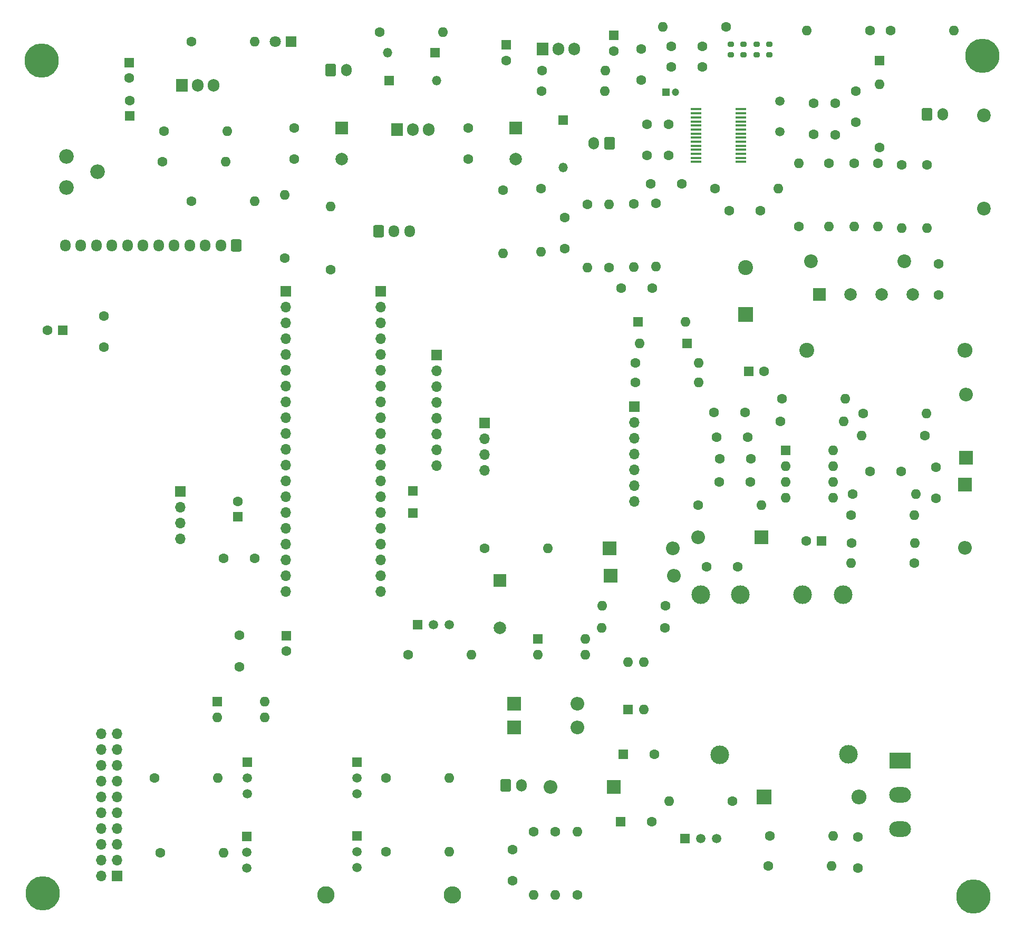
<source format=gbr>
%TF.GenerationSoftware,KiCad,Pcbnew,(6.99.0-1031-g46d719ed42)*%
%TF.CreationDate,2022-10-20T15:30:39+01:00*%
%TF.ProjectId,EnAcess PCB,456e4163-6573-4732-9050-43422e6b6963,rev?*%
%TF.SameCoordinates,Original*%
%TF.FileFunction,Soldermask,Top*%
%TF.FilePolarity,Negative*%
%FSLAX46Y46*%
G04 Gerber Fmt 4.6, Leading zero omitted, Abs format (unit mm)*
G04 Created by KiCad (PCBNEW (6.99.0-1031-g46d719ed42)) date 2022-10-20 15:30:39*
%MOMM*%
%LPD*%
G01*
G04 APERTURE LIST*
G04 Aperture macros list*
%AMRoundRect*
0 Rectangle with rounded corners*
0 $1 Rounding radius*
0 $2 $3 $4 $5 $6 $7 $8 $9 X,Y pos of 4 corners*
0 Add a 4 corners polygon primitive as box body*
4,1,4,$2,$3,$4,$5,$6,$7,$8,$9,$2,$3,0*
0 Add four circle primitives for the rounded corners*
1,1,$1+$1,$2,$3*
1,1,$1+$1,$4,$5*
1,1,$1+$1,$6,$7*
1,1,$1+$1,$8,$9*
0 Add four rect primitives between the rounded corners*
20,1,$1+$1,$2,$3,$4,$5,0*
20,1,$1+$1,$4,$5,$6,$7,0*
20,1,$1+$1,$6,$7,$8,$9,0*
20,1,$1+$1,$8,$9,$2,$3,0*%
G04 Aperture macros list end*
%ADD10R,2.200000X2.200000*%
%ADD11O,2.200000X2.200000*%
%ADD12C,1.600000*%
%ADD13O,1.600000X1.600000*%
%ADD14R,2.000000X2.000000*%
%ADD15C,2.000000*%
%ADD16R,1.700000X1.700000*%
%ADD17O,1.700000X1.700000*%
%ADD18R,1.600000X1.600000*%
%ADD19R,3.500000X2.500000*%
%ADD20O,3.500000X2.500000*%
%ADD21RoundRect,0.200000X0.275000X-0.200000X0.275000X0.200000X-0.275000X0.200000X-0.275000X-0.200000X0*%
%ADD22C,3.600000*%
%ADD23C,5.500000*%
%ADD24R,1.500000X1.500000*%
%ADD25C,1.500000*%
%ADD26RoundRect,0.250000X-0.600000X-0.750000X0.600000X-0.750000X0.600000X0.750000X-0.600000X0.750000X0*%
%ADD27O,1.700000X2.000000*%
%ADD28C,2.340000*%
%ADD29RoundRect,0.250000X0.600000X0.725000X-0.600000X0.725000X-0.600000X-0.725000X0.600000X-0.725000X0*%
%ADD30O,1.700000X1.950000*%
%ADD31C,0.100000*%
%ADD32C,3.000000*%
%ADD33R,1.200000X1.200000*%
%ADD34C,1.200000*%
%ADD35RoundRect,0.250000X-0.550000X-0.550000X0.550000X-0.550000X0.550000X0.550000X-0.550000X0.550000X0*%
%ADD36C,2.200000*%
%ADD37O,1.500000X1.500000*%
%ADD38C,2.800000*%
%ADD39O,2.800000X2.800000*%
%ADD40R,1.800000X1.800000*%
%ADD41C,1.800000*%
%ADD42RoundRect,0.250000X0.600000X0.750000X-0.600000X0.750000X-0.600000X-0.750000X0.600000X-0.750000X0*%
%ADD43R,1.905000X2.000000*%
%ADD44O,1.905000X2.000000*%
%ADD45R,1.750000X0.450000*%
%ADD46RoundRect,0.250000X-0.600000X-0.725000X0.600000X-0.725000X0.600000X0.725000X-0.600000X0.725000X0*%
%ADD47C,2.400000*%
%ADD48O,2.400000X2.400000*%
%ADD49R,2.400000X2.400000*%
G04 APERTURE END LIST*
D10*
%TO.C,D8*%
X111479999Y-137799999D03*
D11*
X101319999Y-137799999D03*
%TD*%
D12*
%TO.C,R11*%
X37720000Y-136400000D03*
D13*
X47879999Y-136399999D03*
%TD*%
D12*
%TO.C,R31*%
X138263000Y-79095600D03*
D13*
X148422999Y-79095599D03*
%TD*%
D12*
%TO.C,C15*%
X51409600Y-113476400D03*
X51409600Y-118476400D03*
%TD*%
%TO.C,R24*%
X102108000Y-145034000D03*
D13*
X102107999Y-155193999D03*
%TD*%
D14*
%TO.C,C20*%
X67817999Y-31932999D03*
D15*
X67818000Y-36933000D03*
%TD*%
D12*
%TO.C,R56*%
X74920000Y-136400000D03*
D13*
X85079999Y-136399999D03*
%TD*%
D16*
%TO.C,J6*%
X58800999Y-58191399D03*
D17*
X58800999Y-60731399D03*
X58800999Y-63271399D03*
X58800999Y-65811399D03*
X58800999Y-68351399D03*
X58800999Y-70891399D03*
X58800999Y-73431399D03*
X58800999Y-75971399D03*
X58800999Y-78511399D03*
X58800999Y-81051399D03*
X58800999Y-83591399D03*
X58800999Y-86131399D03*
X58800999Y-88671399D03*
X58800999Y-91211399D03*
X58800999Y-93751399D03*
X58800999Y-96291399D03*
X58800999Y-98831399D03*
X58800999Y-101371399D03*
X58800999Y-103911399D03*
X58800999Y-106451399D03*
%TD*%
D18*
%TO.C,C26*%
X144881599Y-98297999D03*
D12*
X142381600Y-98298000D03*
%TD*%
%TO.C,C8*%
X60198000Y-31933000D03*
X60198000Y-36933000D03*
%TD*%
%TO.C,TH1*%
X163677600Y-53761000D03*
X163677600Y-58761000D03*
%TD*%
D19*
%TO.C,Q3*%
X157479999Y-133603999D03*
D20*
X157479999Y-139078999D03*
X157479999Y-144553999D03*
%TD*%
D10*
%TO.C,D7*%
X95503999Y-128269999D03*
D11*
X105663999Y-128269999D03*
%TD*%
D12*
%TO.C,C39*%
X130048000Y-45212000D03*
X135048000Y-45212000D03*
%TD*%
%TO.C,R17*%
X66040000Y-54686200D03*
D13*
X66039999Y-44526199D03*
%TD*%
D12*
%TO.C,R12*%
X161798000Y-37846000D03*
D13*
X161797999Y-48005999D03*
%TD*%
D21*
%TO.C,R50*%
X130302000Y-20129000D03*
X130302000Y-18479000D03*
%TD*%
D22*
%TO.C,H3*%
X169265600Y-155448000D03*
D23*
X169265600Y-155448000D03*
%TD*%
D24*
%TO.C,U6*%
X122961399Y-146155999D03*
D25*
X125501400Y-146156000D03*
X128041400Y-146156000D03*
%TD*%
D12*
%TO.C,C27*%
X131368800Y-102463600D03*
X126368800Y-102463600D03*
%TD*%
D26*
%TO.C,J13*%
X66040000Y-22606000D03*
D27*
X68539999Y-22605999D03*
%TD*%
D18*
%TO.C,U9*%
X47799999Y-124124999D03*
D13*
X47799999Y-126664999D03*
X55419999Y-126664999D03*
X55419999Y-124124999D03*
%TD*%
D18*
%TO.C,D12*%
X123266199Y-66547999D03*
D13*
X115646199Y-66547999D03*
%TD*%
D12*
%TO.C,R45*%
X127762000Y-41656000D03*
D13*
X137921999Y-41655999D03*
%TD*%
D24*
%TO.C,Q2*%
X80035399Y-111713599D03*
D25*
X82575400Y-111713600D03*
X85115400Y-111713600D03*
%TD*%
D26*
%TO.C,J8*%
X161798000Y-29718000D03*
D27*
X164297999Y-29717999D03*
%TD*%
D12*
%TO.C,C37*%
X120690000Y-22098000D03*
X125690000Y-22098000D03*
%TD*%
%TO.C,R23*%
X161417000Y-81356200D03*
D13*
X151256999Y-81356199D03*
%TD*%
D12*
%TO.C,R34*%
X114935000Y-69646800D03*
D13*
X125094999Y-69646799D03*
%TD*%
D28*
%TO.C,RV2*%
X23575000Y-41461200D03*
X28575000Y-38961200D03*
X23575000Y-36461200D03*
%TD*%
D18*
%TO.C,C5*%
X23037799Y-64388999D03*
D12*
X20537800Y-64389000D03*
%TD*%
D29*
%TO.C,J2*%
X50912400Y-50800000D03*
D30*
X48412399Y-50799999D03*
X45912399Y-50799999D03*
X43412399Y-50799999D03*
X40912399Y-50799999D03*
X38412399Y-50799999D03*
X35912399Y-50799999D03*
X33412399Y-50799999D03*
X30912399Y-50799999D03*
X28412399Y-50799999D03*
X25912399Y-50799999D03*
X23412399Y-50799999D03*
%TD*%
D31*
%TO.C,TR1*%
X143932500Y-109830500D03*
X148932500Y-109830500D03*
D32*
X128485500Y-132690500D03*
X149186500Y-132563500D03*
X125437500Y-106909500D03*
X131787500Y-106909500D03*
X141820500Y-106909500D03*
X148297500Y-106909500D03*
%TD*%
D12*
%TO.C,C40*%
X143586200Y-32893000D03*
X143586200Y-27893000D03*
%TD*%
%TO.C,C12*%
X115874800Y-19191600D03*
X115874800Y-24191600D03*
%TD*%
%TO.C,R27*%
X138480800Y-75412600D03*
D13*
X148640799Y-75412599D03*
%TD*%
D12*
%TO.C,R37*%
X136550400Y-145694400D03*
D13*
X146710399Y-145694399D03*
%TD*%
D18*
%TO.C,C31*%
X133160887Y-71043799D03*
D12*
X135660888Y-71043800D03*
%TD*%
%TO.C,C32*%
X117388000Y-40894000D03*
X122388000Y-40894000D03*
%TD*%
D18*
%TO.C,C21*%
X33756599Y-29971999D03*
D12*
X33756600Y-27472000D03*
%TD*%
D14*
%TO.C,C4*%
X95757999Y-31932999D03*
D15*
X95758000Y-36933000D03*
%TD*%
D12*
%TO.C,C23*%
X152628600Y-87147400D03*
X157628600Y-87147400D03*
%TD*%
D24*
%TO.C,Q5*%
X70239999Y-133859999D03*
D25*
X70240000Y-136400000D03*
X70240000Y-138940000D03*
%TD*%
D12*
%TO.C,C38*%
X150368000Y-30988000D03*
X150368000Y-25988000D03*
%TD*%
%TO.C,R52*%
X58674000Y-52832000D03*
D13*
X58673999Y-42671999D03*
%TD*%
D12*
%TO.C,R19*%
X98602800Y-145034000D03*
D13*
X98602799Y-155193999D03*
%TD*%
D10*
%TO.C,D14*%
X167893999Y-89204799D03*
D11*
X167893999Y-99364799D03*
%TD*%
D12*
%TO.C,R47*%
X99822000Y-41656000D03*
D13*
X99821999Y-51815999D03*
%TD*%
D12*
%TO.C,R43*%
X141224000Y-47752000D03*
D13*
X141223999Y-37591999D03*
%TD*%
D16*
%TO.C,J12*%
X41909999Y-90306999D03*
D17*
X41909999Y-92846999D03*
X41909999Y-95386999D03*
X41909999Y-97926999D03*
%TD*%
D22*
%TO.C,H4*%
X19812000Y-154940000D03*
D23*
X19812000Y-154940000D03*
%TD*%
D10*
%TO.C,D16*%
X110794799Y-99466399D03*
D11*
X120954799Y-99466399D03*
%TD*%
D12*
%TO.C,R9*%
X114706400Y-44069000D03*
D13*
X114706399Y-54228999D03*
%TD*%
D12*
%TO.C,R5*%
X99999800Y-22682200D03*
D13*
X110159799Y-22682199D03*
%TD*%
D12*
%TO.C,R36*%
X130530600Y-140081000D03*
D13*
X120370599Y-140080999D03*
%TD*%
D33*
%TO.C,C35*%
X119911999Y-26161999D03*
D34*
X121412000Y-26162000D03*
%TD*%
D22*
%TO.C,H1*%
X170688000Y-20320000D03*
D23*
X170688000Y-20320000D03*
%TD*%
D12*
%TO.C,R16*%
X129489200Y-15671800D03*
D13*
X119329199Y-15671799D03*
%TD*%
D18*
%TO.C,C2*%
X94233999Y-18541999D03*
D12*
X94234000Y-21042000D03*
%TD*%
D35*
%TO.C,J15*%
X79248000Y-90200000D03*
%TD*%
D36*
%TO.C,C10*%
X158122000Y-53340000D03*
X143122000Y-53340000D03*
%TD*%
D12*
%TO.C,R28*%
X149606000Y-94107000D03*
D13*
X159765999Y-94106999D03*
%TD*%
D24*
%TO.C,D2*%
X75432999Y-24312999D03*
D37*
X83052999Y-24312999D03*
%TD*%
D12*
%TO.C,R57*%
X74920000Y-148200000D03*
D13*
X85079999Y-148199999D03*
%TD*%
D12*
%TO.C,R15*%
X157734000Y-37846000D03*
D13*
X157733999Y-48005999D03*
%TD*%
D12*
%TO.C,R33*%
X105664000Y-155194000D03*
D13*
X105663999Y-145033999D03*
%TD*%
D18*
%TO.C,U1*%
X139085799Y-83728399D03*
D13*
X139085799Y-86268399D03*
X139085799Y-88808399D03*
X139085799Y-91348399D03*
X146705799Y-91348399D03*
X146705799Y-88808399D03*
X146705799Y-86268399D03*
X146705799Y-83728399D03*
%TD*%
D12*
%TO.C,R1*%
X78486000Y-116586000D03*
D13*
X88645999Y-116585999D03*
%TD*%
D12*
%TO.C,C11*%
X53873400Y-101092000D03*
X48873400Y-101092000D03*
%TD*%
D38*
%TO.C,R18*%
X65240000Y-155200000D03*
D39*
X85559999Y-155199999D03*
%TD*%
D12*
%TO.C,R29*%
X149834600Y-90728800D03*
D13*
X159994599Y-90728799D03*
%TD*%
D12*
%TO.C,R20*%
X119735600Y-112268000D03*
D13*
X109575599Y-112267999D03*
%TD*%
D26*
%TO.C,J7*%
X94150000Y-137532500D03*
D27*
X96649999Y-137532499D03*
%TD*%
D35*
%TO.C,J16*%
X79248000Y-93800000D03*
%TD*%
D40*
%TO.C,D1*%
X59694999Y-18008599D03*
D41*
X57155000Y-18008600D03*
%TD*%
D12*
%TO.C,R3*%
X43688000Y-18034000D03*
D13*
X53847999Y-18033999D03*
%TD*%
D18*
%TO.C,C3*%
X58953399Y-113512522D03*
D12*
X58953400Y-116012523D03*
%TD*%
D42*
%TO.C,J10*%
X110805600Y-34366200D03*
D27*
X108305599Y-34366199D03*
%TD*%
D12*
%TO.C,C41*%
X147066000Y-27965400D03*
X147066000Y-32965400D03*
%TD*%
D16*
%TO.C,J11*%
X114832999Y-76727999D03*
D17*
X114832999Y-79267999D03*
X114832999Y-81807999D03*
X114832999Y-84347999D03*
X114832999Y-86887999D03*
X114832999Y-89427999D03*
X114832999Y-91967999D03*
%TD*%
D12*
%TO.C,C22*%
X128437000Y-88798400D03*
X133437000Y-88798400D03*
%TD*%
%TO.C,R54*%
X155956000Y-16256000D03*
D13*
X166115999Y-16255999D03*
%TD*%
D10*
%TO.C,D17*%
X168046399Y-84937599D03*
D11*
X168046399Y-74777599D03*
%TD*%
D12*
%TO.C,R41*%
X150114000Y-37592000D03*
D13*
X150113999Y-47751999D03*
%TD*%
D10*
%TO.C,D3*%
X135229599Y-97713799D03*
D11*
X125069599Y-97713799D03*
%TD*%
D21*
%TO.C,R51*%
X136461000Y-20129000D03*
X136461000Y-18479000D03*
%TD*%
D12*
%TO.C,R4*%
X90728800Y-99466400D03*
D13*
X100888799Y-99466399D03*
%TD*%
D24*
%TO.C,Q6*%
X70239999Y-145659999D03*
D25*
X70240000Y-148200000D03*
X70240000Y-150740000D03*
%TD*%
D22*
%TO.C,H1*%
X19608800Y-21056600D03*
D23*
X19608800Y-21056600D03*
%TD*%
D18*
%TO.C,U4*%
X113761599Y-125389799D03*
D13*
X116301599Y-125389799D03*
X116301599Y-117769799D03*
X113761599Y-117769799D03*
%TD*%
D12*
%TO.C,C34*%
X116789200Y-36322000D03*
X116789200Y-31322000D03*
%TD*%
D43*
%TO.C,U5*%
X42163999Y-25024199D03*
D44*
X44703999Y-25024199D03*
X47243999Y-25024199D03*
%TD*%
D25*
%TO.C,8.192MHz1*%
X138125200Y-27572800D03*
X138125200Y-32472800D03*
%TD*%
D12*
%TO.C,R32*%
X125044200Y-92506800D03*
D13*
X135204199Y-92506799D03*
%TD*%
D45*
%TO.C,U8*%
X124695399Y-28896599D03*
X124695399Y-29546599D03*
X124695399Y-30196599D03*
X124695399Y-30846599D03*
X124695399Y-31496599D03*
X124695399Y-32146599D03*
X124695399Y-32796599D03*
X124695399Y-33446599D03*
X124695399Y-34096599D03*
X124695399Y-34746599D03*
X124695399Y-35396599D03*
X124695399Y-36046599D03*
X124695399Y-36696599D03*
X124695399Y-37346599D03*
X131895399Y-37346599D03*
X131895399Y-36696599D03*
X131895399Y-36046599D03*
X131895399Y-35396599D03*
X131895399Y-34746599D03*
X131895399Y-34096599D03*
X131895399Y-33446599D03*
X131895399Y-32796599D03*
X131895399Y-32146599D03*
X131895399Y-31496599D03*
X131895399Y-30846599D03*
X131895399Y-30196599D03*
X131895399Y-29546599D03*
X131895399Y-28896599D03*
%TD*%
D12*
%TO.C,R14*%
X38989000Y-37312600D03*
D13*
X49148999Y-37312599D03*
%TD*%
D12*
%TO.C,C33*%
X125690000Y-18796000D03*
X120690000Y-18796000D03*
%TD*%
%TO.C,C24*%
X127979800Y-81610200D03*
X132979800Y-81610200D03*
%TD*%
%TO.C,R10*%
X107264200Y-44221400D03*
D13*
X107264199Y-54381399D03*
%TD*%
D12*
%TO.C,C17*%
X150723600Y-150886800D03*
X150723600Y-145886800D03*
%TD*%
D10*
%TO.C,D15*%
X110947199Y-103911399D03*
D11*
X121107199Y-103911399D03*
%TD*%
D12*
%TO.C,C29*%
X112714400Y-57658000D03*
X117714400Y-57658000D03*
%TD*%
%TO.C,C25*%
X163195000Y-86450800D03*
X163195000Y-91450800D03*
%TD*%
%TO.C,R25*%
X149682200Y-98590100D03*
D13*
X159842199Y-98590099D03*
%TD*%
D46*
%TO.C,J9*%
X73700000Y-48468000D03*
D30*
X76199999Y-48467999D03*
X78699999Y-48467999D03*
%TD*%
D12*
%TO.C,R55*%
X152654000Y-16256000D03*
D13*
X142493999Y-16255999D03*
%TD*%
D47*
%TO.C,R30*%
X142494000Y-67665600D03*
D48*
X167893999Y-67665599D03*
%TD*%
D12*
%TO.C,R6*%
X99872800Y-25958800D03*
D13*
X110032799Y-25958799D03*
%TD*%
D18*
%TO.C,C30*%
X112597348Y-143399999D03*
D12*
X117597349Y-143400000D03*
%TD*%
D18*
%TO.C,U3*%
X99323999Y-114040999D03*
D13*
X99323999Y-116580999D03*
X106943999Y-116580999D03*
X106943999Y-114040999D03*
%TD*%
D12*
%TO.C,R26*%
X159715200Y-101800000D03*
D13*
X149555199Y-101799999D03*
%TD*%
D43*
%TO.C,U7*%
X100101399Y-19182199D03*
D44*
X102641399Y-19182199D03*
X105181399Y-19182199D03*
%TD*%
D18*
%TO.C,C19*%
X33680399Y-21400800D03*
D12*
X33680400Y-23900801D03*
%TD*%
D43*
%TO.C,U2*%
X76707999Y-32186999D03*
D44*
X79247999Y-32186999D03*
X81787999Y-32186999D03*
%TD*%
D24*
%TO.C,D6*%
X103377999Y-30657999D03*
D37*
X103377999Y-38277999D03*
%TD*%
D16*
%TO.C,J4*%
X31754999Y-152140999D03*
D17*
X29214999Y-152140999D03*
X31754999Y-149600999D03*
X29214999Y-149600999D03*
X31754999Y-147060999D03*
X29214999Y-147060999D03*
X31754999Y-144520999D03*
X29214999Y-144520999D03*
X31754999Y-141980999D03*
X29214999Y-141980999D03*
X31754999Y-139440999D03*
X29214999Y-139440999D03*
X31754999Y-136900999D03*
X29214999Y-136900999D03*
X31754999Y-134360999D03*
X29214999Y-134360999D03*
X31754999Y-131820999D03*
X29214999Y-131820999D03*
X31754999Y-129280999D03*
X29214999Y-129280999D03*
%TD*%
D21*
%TO.C,R48*%
X134429000Y-20129000D03*
X134429000Y-18479000D03*
%TD*%
D12*
%TO.C,R46*%
X93726000Y-41910000D03*
D13*
X93725999Y-52069999D03*
%TD*%
D21*
%TO.C,R49*%
X132334000Y-20129000D03*
X132334000Y-18479000D03*
%TD*%
D12*
%TO.C,R38*%
X136321800Y-150520400D03*
D13*
X146481799Y-150520399D03*
%TD*%
D18*
%TO.C,C1*%
X111505999Y-17017999D03*
D12*
X111506000Y-19518000D03*
%TD*%
D18*
%TO.C,C6*%
X51130199Y-94411876D03*
D12*
X51130200Y-91911877D03*
%TD*%
D35*
%TO.C,J14*%
X154178000Y-21082000D03*
%TD*%
D12*
%TO.C,R7*%
X118237000Y-44018200D03*
D13*
X118236999Y-54178199D03*
%TD*%
D14*
%TO.C,D11*%
X144485299Y-58666099D03*
D15*
X149485300Y-58666100D03*
X154485300Y-58666100D03*
X159485300Y-58666100D03*
%TD*%
D12*
%TO.C,R8*%
X110693200Y-54356000D03*
D13*
X110693199Y-44195999D03*
%TD*%
D12*
%TO.C,C14*%
X88138000Y-31933000D03*
X88138000Y-36933000D03*
%TD*%
D24*
%TO.C,D4*%
X82808999Y-19811999D03*
D37*
X75188999Y-19811999D03*
%TD*%
D12*
%TO.C,C18*%
X128473200Y-85115400D03*
X133473200Y-85115400D03*
%TD*%
D16*
%TO.C,J3*%
X83007199Y-68376799D03*
D17*
X83007199Y-70916799D03*
X83007199Y-73456799D03*
X83007199Y-75996799D03*
X83007199Y-78536799D03*
X83007199Y-81076799D03*
X83007199Y-83616799D03*
X83007199Y-86156799D03*
%TD*%
D18*
%TO.C,D18*%
X115392199Y-63093599D03*
D13*
X123012199Y-63093599D03*
%TD*%
D10*
%TO.C,D5*%
X95503999Y-124459999D03*
D11*
X105663999Y-124459999D03*
%TD*%
D12*
%TO.C,R53*%
X38720000Y-148400000D03*
D13*
X48879999Y-148399999D03*
%TD*%
D12*
%TO.C,R35*%
X114935000Y-72821800D03*
D13*
X125094999Y-72821799D03*
%TD*%
D12*
%TO.C,C13*%
X29591000Y-67143000D03*
X29591000Y-62143000D03*
%TD*%
D49*
%TO.C,C9*%
X132689599Y-61839066D03*
D47*
X132689600Y-54339067D03*
%TD*%
D12*
%TO.C,R2*%
X43688000Y-43688000D03*
D13*
X53847999Y-43687999D03*
%TD*%
D12*
%TO.C,R13*%
X39243000Y-32435800D03*
D13*
X49402999Y-32435799D03*
%TD*%
D12*
%TO.C,C7*%
X95250000Y-152908000D03*
X95250000Y-147908000D03*
%TD*%
%TO.C,R40*%
X153924000Y-37592000D03*
D13*
X153923999Y-47751999D03*
%TD*%
D12*
%TO.C,C16*%
X127548000Y-77597000D03*
X132548000Y-77597000D03*
%TD*%
%TO.C,R21*%
X119786400Y-108712000D03*
D13*
X109626399Y-108711999D03*
%TD*%
D14*
%TO.C,BZ1*%
X93217999Y-104647999D03*
D15*
X93218000Y-112248000D03*
%TD*%
D12*
%TO.C,R22*%
X151561800Y-77774800D03*
D13*
X161721799Y-77774799D03*
%TD*%
D12*
%TO.C,R44*%
X154178000Y-35052000D03*
D13*
X154177999Y-24891999D03*
%TD*%
D12*
%TO.C,C42*%
X103632000Y-51268000D03*
X103632000Y-46268000D03*
%TD*%
D16*
%TO.C,J1*%
X90728799Y-79349599D03*
D17*
X90728799Y-81889599D03*
X90728799Y-84429599D03*
X90728799Y-86969599D03*
%TD*%
D24*
%TO.C,Q1*%
X52639999Y-133859999D03*
D25*
X52640000Y-136400000D03*
X52640000Y-138940000D03*
%TD*%
D12*
%TO.C,C36*%
X120269000Y-36322000D03*
X120269000Y-31322000D03*
%TD*%
%TO.C,R42*%
X146050000Y-37592000D03*
D13*
X146049999Y-47751999D03*
%TD*%
D49*
%TO.C,D19*%
X135635999Y-139445999D03*
D48*
X150875999Y-139445999D03*
%TD*%
D18*
%TO.C,C28*%
X112997348Y-132587999D03*
D12*
X117997349Y-132588000D03*
%TD*%
%TO.C,R39*%
X73914000Y-16510000D03*
D13*
X84073999Y-16509999D03*
%TD*%
D16*
%TO.C,J5*%
X74040999Y-58191399D03*
D17*
X74040999Y-60731399D03*
X74040999Y-63271399D03*
X74040999Y-65811399D03*
X74040999Y-68351399D03*
X74040999Y-70891399D03*
X74040999Y-73431399D03*
X74040999Y-75971399D03*
X74040999Y-78511399D03*
X74040999Y-81051399D03*
X74040999Y-83591399D03*
X74040999Y-86131399D03*
X74040999Y-88671399D03*
X74040999Y-91211399D03*
X74040999Y-93751399D03*
X74040999Y-96291399D03*
X74040999Y-98831399D03*
X74040999Y-101371399D03*
X74040999Y-103911399D03*
X74040999Y-106451399D03*
%TD*%
D24*
%TO.C,Q4*%
X52599999Y-145799999D03*
D25*
X52600000Y-148340000D03*
X52600000Y-150880000D03*
%TD*%
D36*
%TO.C,C43*%
X170942000Y-29838000D03*
X170942000Y-44838000D03*
%TD*%
M02*

</source>
